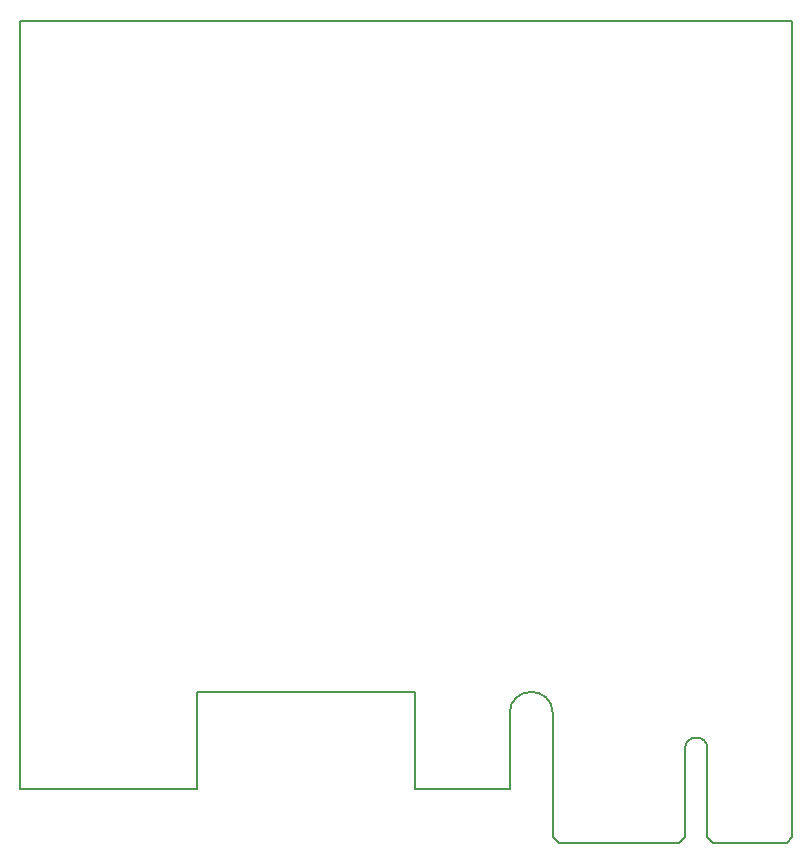
<source format=gko>
G04 Layer: BoardOutline*
G04 EasyEDA v6.4.7, 2021-02-24T17:41:02+08:00*
G04 aefd34b0273d4d6584ca49087094e06a,119f753a6ce64b8d841f2ad33262ab0c,10*
G04 Gerber Generator version 0.2*
G04 Scale: 100 percent, Rotated: No, Reflected: No *
G04 Dimensions in millimeters *
G04 leading zeros omitted , absolute positions ,3 integer and 3 decimal *
%FSLAX33Y33*%
%MOMM*%
G90*
D02*

%ADD10C,0.151994*%
G54D10*
G01X41435Y10925D02*
G01X41437Y4502D01*
G01X33436Y4502D01*
G01X33436Y12751D01*
G01X14986Y12751D01*
G01X14986Y4502D01*
G01X0Y4502D01*
G01X0Y69548D01*
G01X65346Y69548D01*
G01X65346Y460D01*
G01X45085Y10925D02*
G01X45086Y500D01*
G01X45586Y0D01*
G01X55784Y0D01*
G01X56285Y500D01*
G01X56285Y7950D01*
G01X64886Y0D02*
G01X65335Y449D01*
G01X58186Y7950D02*
G01X58186Y500D01*
G01X58686Y0D01*
G01X62818Y0D01*
G01X64886Y0D01*
G75*
G01X56286Y7950D02*
G02X58186Y7950I950J-7D01*
G01*
G75*
G01X41436Y10925D02*
G02X45086Y10925I1825J0D01*
G01*

%LPD*%
M00*
M02*

</source>
